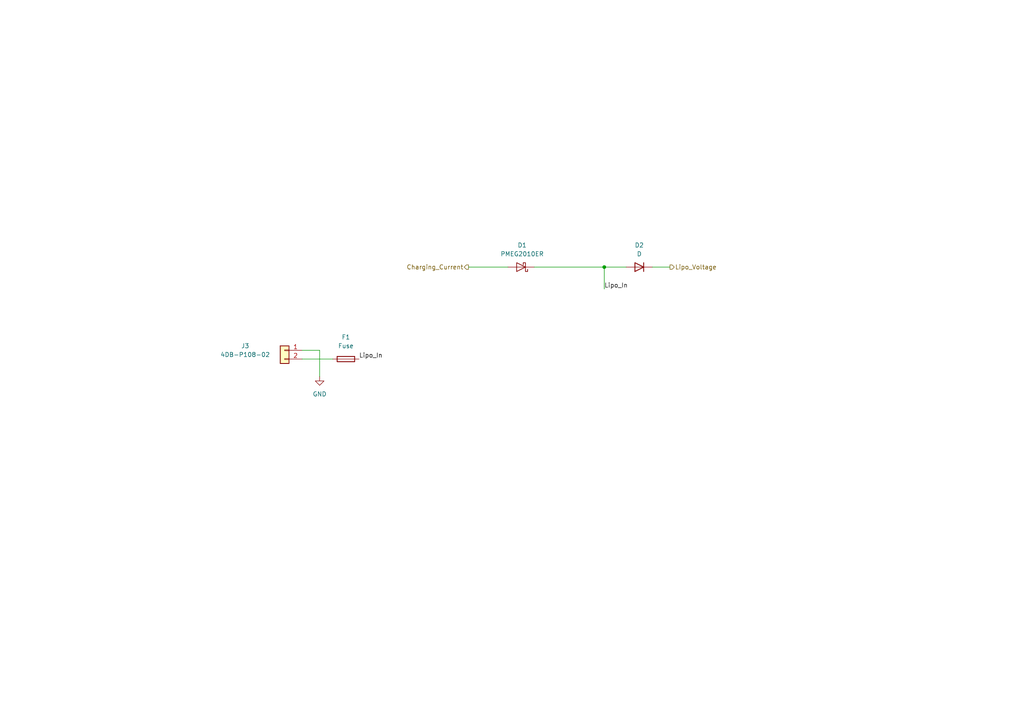
<source format=kicad_sch>
(kicad_sch (version 20231120) (generator "eeschema") (generator_version "8.0")
  (paper "A4")
  (lib_symbols
    (symbol "Connector_Generic:Conn_01x02" (pin_names (offset 1.016) hide)
      (property "Reference" "J" (at 0 2.54 0))
      (property "Value" "Conn_01x02" (at 0 -5.08 0))
      (symbol "Conn_01x02_1_1"
        (rectangle (start -1.27 -2.413) (end 0 -2.667) (stroke (width 0.1524)))
        (rectangle (start -1.27 0.127) (end 0 -0.127) (stroke (width 0.1524)))
        (rectangle (start -1.27 1.27) (end 1.27 -3.81) (stroke (width 0.254)) (fill (type background)))
        (pin passive line (at -5.08 0 0) (length 3.81) (name "Pin_1") (number "1"))
        (pin passive line (at -5.08 -2.54 0) (length 3.81) (name "Pin_2") (number "2"))
      )
    )
    (symbol "Device:D" (pin_numbers hide) (pin_names (offset 1.016) hide)
      (property "Reference" "D" (at 0 2.54 0))
      (property "Value" "D" (at 0 -2.54 0))
      (symbol "D_0_1"
        (polyline (pts (xy -1.27 1.27) (xy -1.27 -1.27)) (stroke (width 0.254)))
        (polyline (pts (xy 1.27 0) (xy -1.27 0)))
        (polyline (pts (xy 1.27 1.27) (xy 1.27 -1.27) (xy -1.27 0) (xy 1.27 1.27)) (stroke (width 0.254)))
      )
      (symbol "D_1_1"
        (pin passive line (at -3.81 0 0) (length 2.54) (name "K") (number "1"))
        (pin passive line (at 3.81 0 180) (length 2.54) (name "A") (number "2"))
      )
    )
    (symbol "Device:Fuse" (pin_numbers hide) (pin_names (offset 0))
      (property "Reference" "F" (at 2.032 0 90))
      (property "Value" "Fuse" (at -1.905 0 90))
      (symbol "Fuse_0_1"
        (rectangle (start -0.762 -2.54) (end 0.762 2.54) (stroke (width 0.254)))
        (polyline (pts (xy 0 2.54) (xy 0 -2.54)))
      )
      (symbol "Fuse_1_1"
        (pin passive line (at 0 3.81 270) (length 1.27) (name "~") (number "1"))
        (pin passive line (at 0 -3.81 90) (length 1.27) (name "~") (number "2"))
      )
    )
    (symbol "Diode:PMEG2010ER" (pin_numbers hide) (pin_names hide)
      (property "Reference" "D" (at 0 2.54 0))
      (property "Value" "PMEG2010ER" (at 0 -2.54 0))
      (symbol "PMEG2010ER_0_1"
        (polyline (pts (xy 1.27 0) (xy -1.27 0)))
        (polyline (pts (xy 1.27 1.27) (xy 1.27 -1.27) (xy -1.27 0) (xy 1.27 1.27)) (stroke (width 0.2032)))
        (polyline (pts (xy -1.905 0.635) (xy -1.905 1.27) (xy -1.27 1.27) (xy -1.27 -1.27) (xy -0.635 -1.27) (xy -0.635 -0.635)) (stroke (width 0.2032)))
      )
      (symbol "PMEG2010ER_1_1"
        (pin passive line (at -3.81 0 0) (length 2.54) (name "K") (number "1"))
        (pin passive line (at 3.81 0 180) (length 2.54) (name "A") (number "2"))
      )
    )
    (symbol "power:GND" (power) (pin_numbers hide) (pin_names (offset 0) hide)
      (property "Value" "GND" (at 0 -3.81 0))
      (symbol "GND_0_1"
        (polyline (pts (xy 0 0) (xy 0 -1.27) (xy 1.27 -1.27) (xy 0 -2.54) (xy -1.27 -1.27) (xy 0 -1.27)))
      )
      (symbol "GND_1_1"
        (pin power_in line (at 0 0 270) (length 0) (name "~") (number "1"))
      )
    )
  )
  (junction (at 175.26 77.47))
  (wire (pts (xy 87.63 101.6) (xy 92.71 101.6)))
  (wire (pts (xy 175.26 77.47) (xy 181.61 77.47)))
  (wire (pts (xy 189.23 77.47) (xy 194.31 77.47)))
  (wire (pts (xy 92.71 101.6) (xy 92.71 109.22)))
  (wire (pts (xy 175.26 77.47) (xy 175.26 83.82)))
  (wire (pts (xy 154.94 77.47) (xy 175.26 77.47)))
  (wire (pts (xy 135.89 77.47) (xy 147.32 77.47)))
  (wire (pts (xy 87.63 104.14) (xy 96.52 104.14)))
  (label "Lipo_In" (at 175.26 83.82 0))
  (label "Lipo_In" (at 104.14 104.14 0))
  (hierarchical_label "Lipo_Voltage" (shape output) (at 194.31 77.47 0))
  (hierarchical_label "Charging_Current" (shape output) (at 135.89 77.47 180))
  (symbol (lib_id "Device:D") (at 185.42 77.47 180) (unit 1)
    (property "Reference" "D2" (at 185.42 71.12 0))
    (property "Value" "D" (at 185.42 73.66 0))
    (property "Description" "Diode" (effects (hide yes)))
    (property "Sim.Device" "D" (effects (hide yes)))
    (property "Sim.Pins" "1=K 2=A" (effects (hide yes)))
  )
  (symbol (lib_id "power:GND") (at 92.71 109.22 0) (unit 1)
    (property "Reference" "#PWR024" (effects (hide yes)))
    (property "Value" "GND" (at 92.71 114.3 0))
    (property "Description" "Power symbol creates a global label with name \"GND\" , ground" (effects (hide yes)))
  )
  (symbol (lib_id "Connector_Generic:Conn_01x02") (at 82.55 101.6 0) (mirror y) (unit 1)
    (property "Reference" "J3" (at 71.12 100.33 0))
    (property "Value" "4DB-P108-02" (at 71.12 102.87 0))
    (property "Footprint" "canhw_footprints:TE_2-1437667-4" (effects (hide yes)))
  )
  (symbol (lib_id "Diode:PMEG2010ER") (at 151.13 77.47 180) (unit 1)
    (property "Reference" "D1" (at 151.4475 71.12 0))
    (property "Value" "PMEG2010ER" (at 151.4475 73.66 0))
    (property "Footprint" "Diode_SMD:Nexperia_CFP3_SOD-123W" (effects (hide yes)))
    (property "Datasheet" "https://assets.nexperia.com/documents/data-sheet/PMEG2010ER.pdf" (effects (hide yes)))
    (property "Description" "20V, 1A low Vf MEGA Schottky barrier rectifier, SOD-123W" (effects (hide yes)))
  )
  (symbol (lib_id "Device:Fuse") (at 100.33 104.14 90) (unit 1)
    (property "Reference" "F1" (at 100.33 97.79 90))
    (property "Value" "Fuse" (at 100.33 100.33 90))
    (property "Description" "Fuse" (effects (hide yes)))
  )
)
</source>
